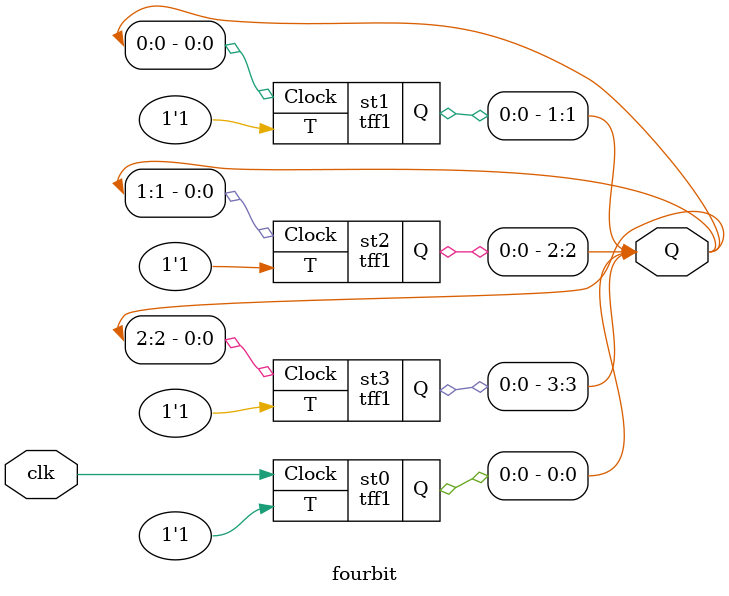
<source format=v>
module tff1(T,Clock,Q);
input T,Clock;
output Q;
reg Q;
always @ (negedge Clock)
if(!T)
Q<=Q;
else
Q<=~Q;
endmodule
module fourbit(clk,Q);
input clk;
output [3:0]Q;
tff1 st0(1,clk,Q[0]);
tff1 st1(1,Q[0],Q[1]);
tff1 st2(1,Q[1],Q[2]);
tff1 st3(1,Q[2],Q[3]);
endmodule

</source>
